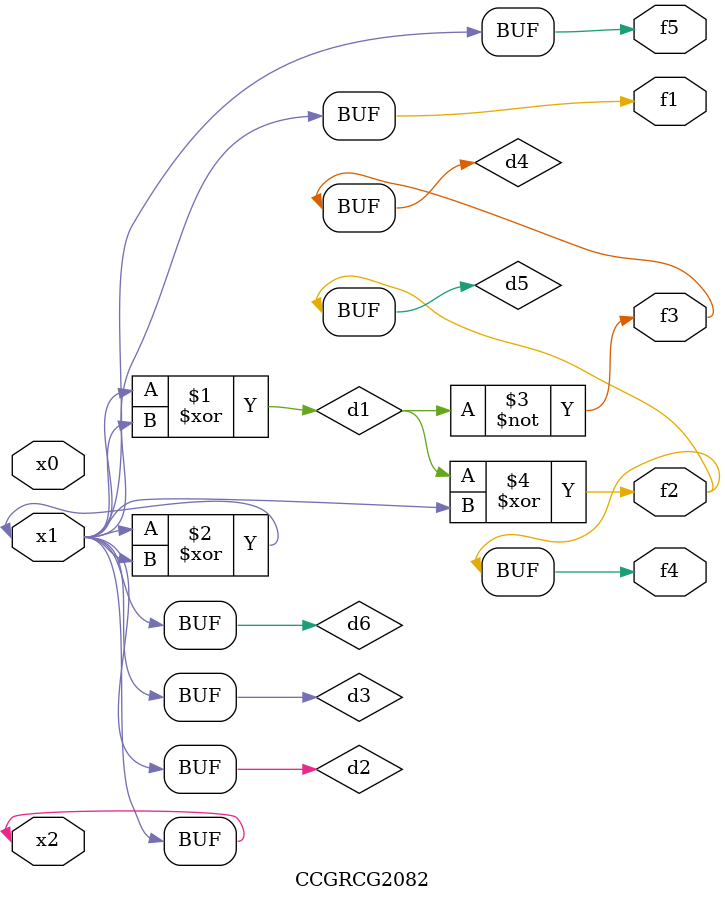
<source format=v>
module CCGRCG2082(
	input x0, x1, x2,
	output f1, f2, f3, f4, f5
);

	wire d1, d2, d3, d4, d5, d6;

	xor (d1, x1, x2);
	buf (d2, x1, x2);
	xor (d3, x1, x2);
	nor (d4, d1);
	xor (d5, d1, d2);
	buf (d6, d2, d3);
	assign f1 = d6;
	assign f2 = d5;
	assign f3 = d4;
	assign f4 = d5;
	assign f5 = d6;
endmodule

</source>
